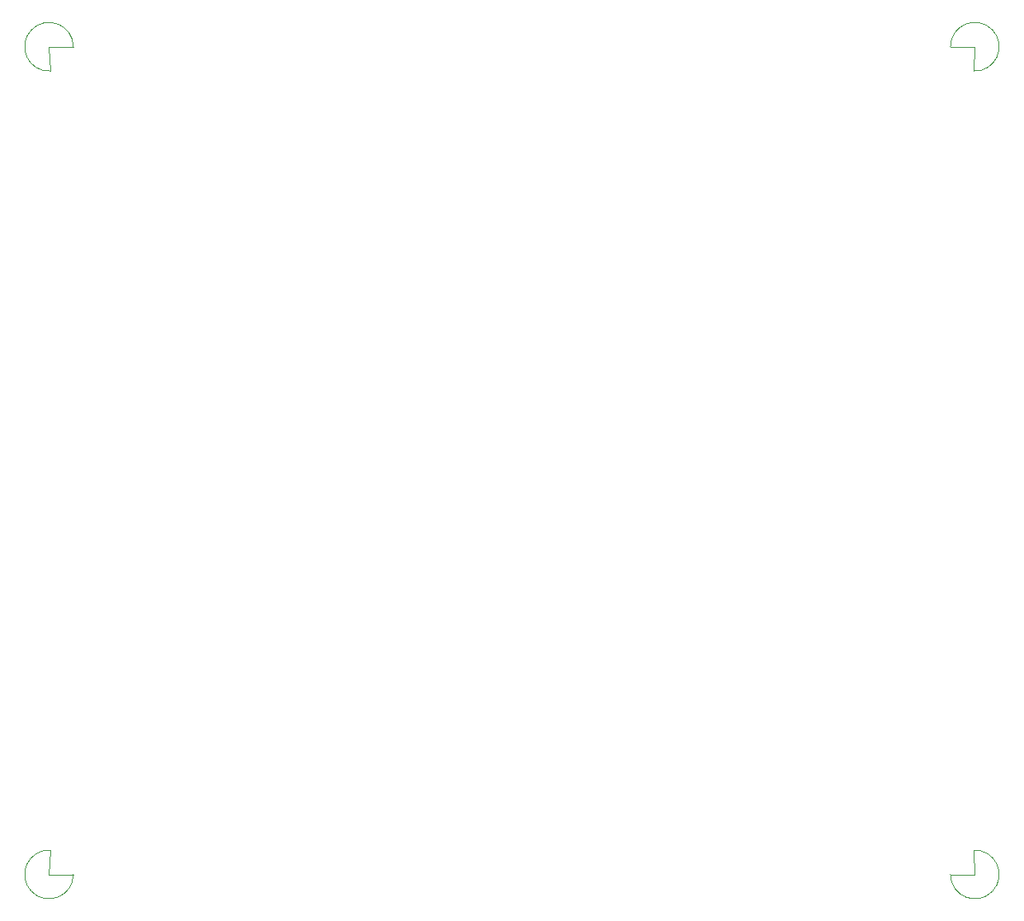
<source format=gbr>
%TF.GenerationSoftware,KiCad,Pcbnew,9.0.3*%
%TF.CreationDate,2026-01-15T13:39:44-05:00*%
%TF.ProjectId,MASTER,4d415354-4552-42e6-9b69-6361645f7063,rev?*%
%TF.SameCoordinates,Original*%
%TF.FileFunction,Other,User*%
%FSLAX46Y46*%
G04 Gerber Fmt 4.6, Leading zero omitted, Abs format (unit mm)*
G04 Created by KiCad (PCBNEW 9.0.3) date 2026-01-15 13:39:44*
%MOMM*%
%LPD*%
G01*
G04 APERTURE LIST*
%ADD10C,0.050000*%
G04 APERTURE END LIST*
D10*
X26665000Y-117925000D02*
X26811803Y-115429361D01*
X29164953Y-117925000D02*
X26665000Y-117925000D01*
X121665000Y-117925000D02*
X119165047Y-117925000D01*
X121518197Y-115429362D02*
X121665000Y-117925000D01*
X121665000Y-32925000D02*
X121518198Y-35420639D01*
X119165047Y-32925000D02*
X121665000Y-32925000D01*
X26665000Y-32925000D02*
X29164953Y-32925000D01*
X26811802Y-35420638D02*
X26665000Y-32925000D01*
X26811802Y-35420639D02*
G75*
G02*
X29164953Y-32925000I-146802J2495639D01*
G01*
X29164953Y-117925000D02*
G75*
G02*
X26811803Y-115429361I-2499953J0D01*
G01*
X121518197Y-115429361D02*
G75*
G02*
X119165047Y-117925000I146803J-2495639D01*
G01*
X119165047Y-32925000D02*
G75*
G02*
X121518198Y-35420639I2499953J0D01*
G01*
M02*

</source>
